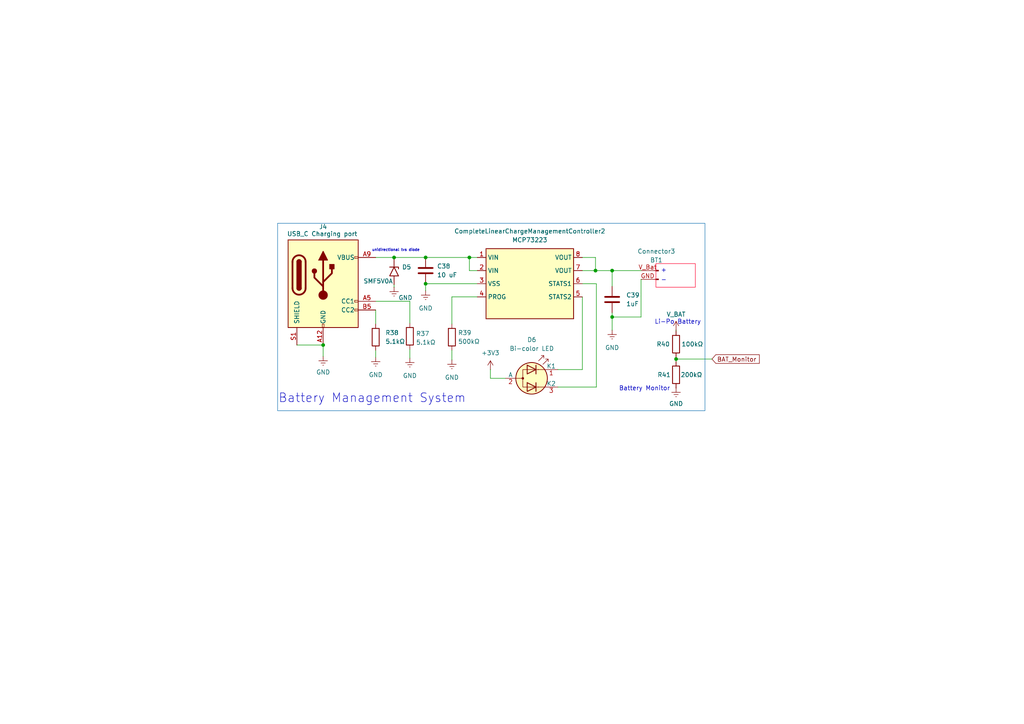
<source format=kicad_sch>
(kicad_sch (version 20250114) (generator "eeschema") (generator_version "9.0")
  (paper "A4")
  (lib_symbols
    (symbol "Battery_Management:LGS5500EP"
      (property "Reference" "CompleteLinearChargeManagementController:" (at 0 14.732 0))
      (property "Value" "MCP73223" (at 0 12.192 0))
      (symbol "LGS5500EP_1_1"
        (rectangle (start -12.7 10.16) (end 12.7 -10.16) (stroke (width 0.254)) (fill (type background)))
        (pin power_in line (at -15.24 7.62 0) (length 2.54) (name "VIN") (number "1"))
        (pin power_in line (at -15.24 3.81 0) (length 2.54) (name "VIN") (number "2"))
        (pin power_in line (at -15.24 0 0) (length 2.54) (name "VSS") (number "3"))
        (pin passive line (at -15.24 -3.81 0) (length 2.54) (name "PROG") (number "4"))
        (pin no_connect line (at -12.7 -2.54 0) (length 2.54) (hide yes) (name "NC") (number "6"))
        (pin power_out line (at 15.24 7.62 180) (length 2.54) (name "VOUT") (number "8"))
        (pin power_out line (at 15.24 3.81 180) (length 2.54) (name "VOUT") (number "7"))
        (pin output line (at 15.24 0 180) (length 2.54) (name "STATS1") (number "6"))
        (pin output line (at 15.24 -3.81 180) (length 2.54) (name "STATS2") (number "5"))
      )
    )
    (symbol "Connector:Conn_01x02_Pin" (pin_names (offset 1.016) (hide yes))
      (property "Reference" "Connector" (at 0.635 5.588 0))
      (property "Value" "BT1" (at 0.635 3.048 0))
      (symbol "Conn_01x02_Pin_1_1"
        (rectangle (start 0.8636 0.127) (end 0 -0.127) (stroke (width 0.1524)) (fill (type outline)))
        (rectangle (start 0.8636 -2.413) (end 0 -2.667) (stroke (width 0.1524)) (fill (type outline)))
        (polyline (pts (xy 1.27 0) (xy 0.8636 0)) (stroke (width 0.1524)))
        (polyline (pts (xy 1.27 -2.54) (xy 0.8636 -2.54)) (stroke (width 0.1524)))
        (pin passive line (at 5.08 0 180) (length 3.81) (name "Pin_1") (number "V_Bat"))
        (pin passive line (at 5.08 -2.54 180) (length 3.81) (name "Pin_2") (number "GND"))
      )
    )
    (symbol "Connector:USB_C_Receptacle_PowerOnly_6P" (pin_names (offset 1.016))
      (property "Reference" "J" (at 0 16.51 0))
      (property "Value" "USB_C_Receptacle_PowerOnly_6P" (at 0 13.97 0))
      (symbol "USB_C_Receptacle_PowerOnly_6P_0_0"
        (rectangle (start -0.254 -12.7) (end 0.254 -11.684))
        (rectangle (start 10.16 7.874) (end 9.144 7.366))
        (rectangle (start 10.16 -4.826) (end 9.144 -5.334))
        (rectangle (start 10.16 -7.366) (end 9.144 -7.874))
      )
      (symbol "USB_C_Receptacle_PowerOnly_6P_0_1"
        (rectangle (start -10.16 12.7) (end 10.16 -12.7) (stroke (width 0.254)) (fill (type background)))
        (polyline (pts (xy -8.89 -1.27) (xy -8.89 6.35)) (stroke (width 0.508)))
        (rectangle (start -7.62 -1.27) (end -6.35 6.35) (stroke (width 0.254)) (fill (type outline)))
        (arc (start -7.62 6.35) (mid -6.985 6.9823) (end -6.35 6.35) (stroke (width 0.254)))
        (arc (start -7.62 6.35) (mid -6.985 6.9823) (end -6.35 6.35) (stroke (width 0.254)) (fill (type outline)))
        (arc (start -8.89 6.35) (mid -6.985 8.2467) (end -5.08 6.35) (stroke (width 0.508)))
        (arc (start -5.08 -1.27) (mid -6.985 -3.1667) (end -8.89 -1.27) (stroke (width 0.508)))
        (arc (start -6.35 -1.27) (mid -6.985 -1.9023) (end -7.62 -1.27) (stroke (width 0.254)))
        (arc (start -6.35 -1.27) (mid -6.985 -1.9023) (end -7.62 -1.27) (stroke (width 0.254)) (fill (type outline)))
        (polyline (pts (xy -5.08 6.35) (xy -5.08 -1.27)) (stroke (width 0.508)))
        (circle (center -2.54 3.683) (radius 0.635) (stroke (width 0.254)) (fill (type outline)))
        (polyline (pts (xy -1.27 6.858) (xy 0 9.398) (xy 1.27 6.858) (xy -1.27 6.858)) (stroke (width 0.254)) (fill (type outline)))
        (polyline (pts (xy 0 0.508) (xy 2.54 3.048) (xy 2.54 4.318)) (stroke (width 0.508)))
        (polyline (pts (xy 0 -0.762) (xy -2.54 1.778) (xy -2.54 3.048)) (stroke (width 0.508)))
        (polyline (pts (xy 0 -3.302) (xy 0 6.858)) (stroke (width 0.508)))
        (circle (center 0 -3.302) (radius 1.27) (fill (type outline)))
        (rectangle (start 1.905 4.318) (end 3.175 5.588) (stroke (width 0.254)) (fill (type outline)))
      )
      (symbol "USB_C_Receptacle_PowerOnly_6P_1_1"
        (pin passive line (at -7.62 -17.78 90) (length 5.08) (name "SHIELD") (number "S1"))
        (pin passive line (at 0 -17.78 90) (length 5.08) (name "GND") (number "A12"))
        (pin passive line (at 0 -17.78 90) (length 5.08) (hide yes) (name "GND") (number "B12"))
        (pin passive line (at 15.24 7.62 180) (length 5.08) (name "VBUS") (number "A9"))
        (pin passive line (at 15.24 7.62 180) (length 5.08) (hide yes) (name "VBUS") (number "B9"))
        (pin bidirectional line (at 15.24 -5.08 180) (length 5.08) (name "CC1") (number "A5"))
        (pin bidirectional line (at 15.24 -7.62 180) (length 5.08) (name "CC2") (number "B5"))
      )
    )
    (symbol "Device:C" (pin_numbers (hide yes)) (pin_names (offset 0.254))
      (property "Reference" "C" (at 0.635 2.54 0))
      (property "Value" "C" (at 0.635 -2.54 0))
      (symbol "C_0_1"
        (polyline (pts (xy -2.032 0.762) (xy 2.032 0.762)) (stroke (width 0.508)))
        (polyline (pts (xy -2.032 -0.762) (xy 2.032 -0.762)) (stroke (width 0.508)))
      )
      (symbol "C_1_1"
        (pin passive line (at 0 3.81 270) (length 2.794) (name "~") (number "1"))
        (pin passive line (at 0 -3.81 90) (length 2.794) (name "~") (number "2"))
      )
    )
    (symbol "Device:LED_Dual_KAK" (pin_names (offset 0))
      (property "Reference" "D" (at 0 5.715 0))
      (property "Value" "LED_Dual_KAK" (at 0 -6.35 0))
      (symbol "LED_Dual_KAK_0_1"
        (polyline (pts (xy -4.572 0) (xy -2.54 0)))
        (circle (center -2.54 0) (radius 0.2794) (fill (type outline)))
        (polyline (pts (xy -1.27 3.81) (xy -1.27 1.27) (xy 1.27 2.54) (xy -1.27 3.81)) (stroke (width 0.254)))
        (polyline (pts (xy -1.27 -1.27) (xy -1.27 -3.81) (xy 1.27 -2.54) (xy -1.27 -1.27)) (stroke (width 0.254)))
        (circle (center 0 0) (radius 4.572) (stroke (width 0.254)) (fill (type background)))
        (polyline (pts (xy 1.27 3.81) (xy 1.27 1.27)) (stroke (width 0.254)))
        (polyline (pts (xy 1.27 -1.27) (xy 1.27 -3.81)) (stroke (width 0.254)))
        (polyline (pts (xy 2.032 5.08) (xy 3.556 6.604) (xy 2.794 6.604) (xy 3.556 6.604) (xy 3.556 5.842)))
        (polyline (pts (xy 2.032 2.54) (xy -2.54 2.54) (xy -2.54 -2.54) (xy 2.032 -2.54)))
        (polyline (pts (xy 3.302 4.064) (xy 4.826 5.588) (xy 4.064 5.588) (xy 4.826 5.588) (xy 4.826 4.826)))
        (polyline (pts (xy 3.81 2.54) (xy 1.905 2.54)))
        (polyline (pts (xy 3.81 -2.54) (xy 1.905 -2.54)))
      )
      (symbol "LED_Dual_KAK_1_1"
        (pin input line (at -7.62 0 0) (length 3.048) (name "A") (number "2"))
        (pin input line (at 7.62 2.54 180) (length 3.81) (name "K1") (number "1"))
        (pin input line (at 7.62 -2.54 180) (length 3.81) (name "K2") (number "3"))
      )
    )
    (symbol "Device:R" (pin_numbers (hide yes)) (pin_names (offset 0))
      (property "Reference" "R" (at 2.032 0 90))
      (property "Value" "R" (at 0 0 90))
      (symbol "R_0_1"
        (rectangle (start -1.016 -2.54) (end 1.016 2.54) (stroke (width 0.254)))
      )
      (symbol "R_1_1"
        (pin passive line (at 0 3.81 270) (length 1.27) (name "~") (number "1"))
        (pin passive line (at 0 -3.81 90) (length 1.27) (name "~") (number "2"))
      )
    )
    (symbol "Diode:SMF5V0A" (pin_numbers (hide yes)) (pin_names (offset 1.016) (hide yes))
      (property "Reference" "D" (at 0 2.54 0))
      (property "Value" "SMF5V0A" (at 0 -2.54 0))
      (symbol "SMF5V0A_0_1"
        (polyline (pts (xy -0.762 1.27) (xy -1.27 1.27) (xy -1.27 -1.27)) (stroke (width 0.254)))
        (polyline (pts (xy 1.27 1.27) (xy 1.27 -1.27) (xy -1.27 0) (xy 1.27 1.27)) (stroke (width 0.254)))
      )
      (symbol "SMF5V0A_1_1"
        (pin passive line (at -3.81 0 0) (length 2.54) (name "A1") (number "1"))
        (pin passive line (at 3.81 0 180) (length 2.54) (name "A2") (number "2"))
      )
    )
    (symbol "power:GNDREF" (power) (pin_numbers (hide yes)) (pin_names (offset 0) (hide yes))
      (property "Value" "GNDREF" (at 0 -3.81 0))
      (symbol "GNDREF_0_1"
        (polyline (pts (xy -0.635 -1.905) (xy 0.635 -1.905)))
        (polyline (pts (xy -0.127 -2.54) (xy 0.127 -2.54)))
        (polyline (pts (xy 0 -1.27) (xy 0 0)))
        (polyline (pts (xy 1.27 -1.27) (xy -1.27 -1.27)))
      )
      (symbol "GNDREF_1_1"
        (pin power_in line (at 0 0 270) (length 0) (name "~") (number "1"))
      )
    )
    (symbol "power:VCC" (power) (pin_numbers (hide yes)) (pin_names (offset 0) (hide yes))
      (property "Value" "VCC" (at 0 3.556 0))
      (symbol "VCC_0_1"
        (polyline (pts (xy -0.762 1.27) (xy 0 2.54)))
        (polyline (pts (xy 0 2.54) (xy 0.762 1.27)))
        (polyline (pts (xy 0 0) (xy 0 2.54)))
      )
      (symbol "VCC_1_1"
        (pin power_in line (at 0 0 90) (length 0) (name "~") (number "1"))
      )
    )
  )
  (rectangle (start 80.518 64.77) (end 204.47 119.126) (stroke (width 0) (color 33 122 182 1)))
  (text "+" (at 192.532 78.486 0) (effects (font (size 1.27 1.27))))
  (text "Battery Management System" (at 107.95 115.57 0) (effects (font (size 2.54 2.54))))
  (text "-" (at 192.532 81.28 0) (effects (font (size 1.27 1.27))))
  (text "unidirectional tvs diode" (at 114.808 72.644 0) (effects (font (size 0.762 0.762))))
  (text "Battery Monitor" (at 186.944 112.776 0) (effects (font (size 1.27 1.27))))
  (text "Li-Po Battery\n" (at 196.596 93.472 0) (effects (font (size 1.27 1.27))))
  (text_box "" (at 190.246 76.454 0) (size 11.43 6.858) (margins 0.9525 0.9525 0.9525 0.9525) (stroke (width 0) (color 255 18 58 1)) (effects (font (size 1.27 1.27)) (justify left top)))
  (junction (at 123.444 82.296))
  (junction (at 114.3 74.676))
  (junction (at 93.726 100.076))
  (junction (at 136.144 74.676))
  (junction (at 177.546 78.486))
  (junction (at 177.546 91.948))
  (junction (at 123.444 74.676))
  (junction (at 172.72 78.486))
  (junction (at 196.088 104.14))
  (wire (pts (xy 185.928 81.026) (xy 185.928 91.948)))
  (wire (pts (xy 168.91 74.676) (xy 172.72 74.676)))
  (wire (pts (xy 123.444 82.296) (xy 138.43 82.296)))
  (wire (pts (xy 196.088 103.632) (xy 196.088 104.14)))
  (wire (pts (xy 168.91 78.486) (xy 172.72 78.486)))
  (wire (pts (xy 118.872 87.376) (xy 118.872 93.726)))
  (wire (pts (xy 177.546 90.678) (xy 177.546 91.948)))
  (wire (pts (xy 185.928 91.948) (xy 177.546 91.948)))
  (wire (pts (xy 114.3 74.676) (xy 114.3 74.93)))
  (wire (pts (xy 172.974 82.296) (xy 172.974 112.268)))
  (wire (pts (xy 177.546 78.486) (xy 185.928 78.486)))
  (wire (pts (xy 108.966 74.676) (xy 114.3 74.676)))
  (wire (pts (xy 142.24 107.188) (xy 142.24 109.728)))
  (wire (pts (xy 168.91 82.296) (xy 172.974 82.296)))
  (wire (pts (xy 114.3 83.312) (xy 114.3 82.55)))
  (wire (pts (xy 161.798 112.268) (xy 172.974 112.268)))
  (wire (pts (xy 136.144 78.486) (xy 136.144 74.676)))
  (wire (pts (xy 196.088 104.14) (xy 196.088 104.902)))
  (wire (pts (xy 136.144 78.486) (xy 138.43 78.486)))
  (wire (pts (xy 93.726 100.076) (xy 93.726 103.378)))
  (wire (pts (xy 177.546 78.486) (xy 177.546 83.058)))
  (wire (pts (xy 177.546 91.948) (xy 177.546 95.758)))
  (wire (pts (xy 172.72 78.486) (xy 177.546 78.486)))
  (wire (pts (xy 206.502 104.14) (xy 196.088 104.14)))
  (wire (pts (xy 131.064 101.6) (xy 131.064 104.394)))
  (wire (pts (xy 108.966 87.376) (xy 118.872 87.376)))
  (wire (pts (xy 108.966 89.916) (xy 108.966 93.98)))
  (wire (pts (xy 86.106 100.076) (xy 93.726 100.076)))
  (wire (pts (xy 123.444 82.296) (xy 123.444 84.328)))
  (wire (pts (xy 114.3 74.676) (xy 123.444 74.676)))
  (wire (pts (xy 138.43 86.106) (xy 131.064 86.106)))
  (wire (pts (xy 142.24 109.728) (xy 146.558 109.728)))
  (wire (pts (xy 168.91 86.106) (xy 168.91 107.188)))
  (wire (pts (xy 161.798 107.188) (xy 168.91 107.188)))
  (wire (pts (xy 196.088 95.758) (xy 196.088 96.012)))
  (wire (pts (xy 136.144 74.676) (xy 138.43 74.676)))
  (wire (pts (xy 131.064 86.106) (xy 131.064 93.98)))
  (wire (pts (xy 123.444 74.676) (xy 136.144 74.676)))
  (wire (pts (xy 172.72 74.676) (xy 172.72 78.486)))
  (wire (pts (xy 118.872 101.346) (xy 118.872 103.886)))
  (wire (pts (xy 108.966 101.6) (xy 108.966 103.632)))
  (global_label "BAT_Monitor" (shape input) (at 206.502 104.14 0) (property "Intersheetrefs" "${INTERSHEET_REFS}" (effects (hide yes))))
  (symbol (lib_id "power:GNDREF") (at 118.872 103.886 0) (unit 1)
    (property "Reference" "#PWR098" (effects (hide yes)))
    (property "Value" "GND" (at 118.872 108.966 0))
    (property "Description" "Power symbol creates a global label with name \"GNDREF\" , reference supply ground" (effects (hide yes)))
  )
  (symbol (lib_id "Device:R") (at 118.872 97.536 0) (unit 1)
    (property "Reference" "R37" (at 120.65 96.774 0) (effects (justify left)))
    (property "Value" "5.1kΩ" (at 120.65 99.314 0) (effects (justify left)))
    (property "Description" "Resistor" (effects (hide yes)))
  )
  (symbol (lib_id "Device:R") (at 196.088 108.712 0) (mirror y) (unit 1)
    (property "Reference" "R41" (at 194.564 108.712 0) (effects (justify left)))
    (property "Value" "200kΩ" (at 203.708 108.712 0) (effects (justify left)))
    (property "Description" "Resistor" (effects (hide yes)))
  )
  (symbol (lib_id "power:GNDREF") (at 131.064 104.394 0) (unit 1)
    (property "Reference" "#PWR099" (effects (hide yes)))
    (property "Value" "GND" (at 131.064 109.474 0))
    (property "Description" "Power symbol creates a global label with name \"GNDREF\" , reference supply ground" (effects (hide yes)))
  )
  (symbol (lib_id "power:GNDREF") (at 177.546 95.758 0) (unit 1)
    (property "Reference" "#PWR094" (effects (hide yes)))
    (property "Value" "GND" (at 177.546 100.838 0))
    (property "Description" "Power symbol creates a global label with name \"GNDREF\" , reference supply ground" (effects (hide yes)))
  )
  (symbol (lib_id "Device:C") (at 177.546 86.868 0) (unit 1)
    (property "Reference" "C39" (at 181.61 85.5979 0) (effects (justify left)))
    (property "Value" "1uF" (at 181.61 88.1379 0) (effects (justify left)))
    (property "Description" "Unpolarized capacitor" (effects (hide yes)))
  )
  (symbol (lib_id "Battery_Management:LGS5500EP") (at 153.67 82.296 0) (unit 1)
    (property "Reference" "CompleteLinearChargeManagementController2" (at 153.67 67.056 0))
    (property "Value" "MCP73223" (at 153.67 69.596 0))
    (property "Footprint" "Package_SO:SOIC-8-1EP_3.9x4.9mm_P1.27mm_EP2.41x3.3mm" (effects (hide yes)))
    (property "Datasheet" "https://www.lcsc.com/datasheet/lcsc_datasheet_2304071430_Legend-Si-LGS5500EP_C5280699.pdf" (effects (hide yes)))
    (property "Description" "LiPo charger and 5V boost converter, 4.5-5.5V input, 4.2-4.4V battery, 400-1000mA charge current, 800mA boost output, SOIC-8-1EP" (effects (hide yes)))
  )
  (symbol (lib_id "power:GNDREF") (at 108.966 103.632 0) (unit 1)
    (property "Reference" "#PWR097" (effects (hide yes)))
    (property "Value" "GND" (at 108.966 108.712 0))
    (property "Description" "Power symbol creates a global label with name \"GNDREF\" , reference supply ground" (effects (hide yes)))
  )
  (symbol (lib_id "power:VCC") (at 196.088 95.758 0) (mirror y) (unit 1)
    (property "Reference" "#PWR095" (effects (hide yes)))
    (property "Value" "V_BAT" (at 196.088 91.186 0))
    (property "Description" "Power symbol creates a global label with name \"VCC\"" (effects (hide yes)))
  )
  (symbol (lib_id "Diode:SMF5V0A") (at 114.3 78.74 270) (unit 1)
    (property "Reference" "D5" (at 116.586 77.4699 90) (effects (justify left)))
    (property "Value" "SMF5V0A" (at 105.41 81.534 90) (effects (justify left)))
    (property "Footprint" "Diode_SMD:D_SMF" (effects (hide yes)))
    (property "Datasheet" "https://www.vishay.com/doc?85881" (effects (hide yes)))
    (property "Description" "200W unidirectional Transil Transient Voltage Suppressor, 5Vrwm, SMF" (effects (hide yes)))
  )
  (symbol (lib_id "power:GNDREF") (at 123.444 84.328 0) (unit 1)
    (property "Reference" "#PWR093" (effects (hide yes)))
    (property "Value" "GND" (at 123.444 89.408 0))
    (property "Description" "Power symbol creates a global label with name \"GNDREF\" , reference supply ground" (effects (hide yes)))
  )
  (symbol (lib_id "Device:LED_Dual_KAK") (at 154.178 109.728 0) (unit 1)
    (property "Reference" "D6" (at 154.2415 98.552 0))
    (property "Value" "Bi-color LED" (at 154.2415 101.092 0))
    (property "Description" "Dual LED, common anode on pin 2" (effects (hide yes)))
  )
  (symbol (lib_id "Device:R") (at 196.088 99.822 0) (mirror y) (unit 1)
    (property "Reference" "R40" (at 194.31 99.822 0) (effects (justify left)))
    (property "Value" "100kΩ" (at 203.962 99.822 0) (effects (justify left)))
    (property "Description" "Resistor" (effects (hide yes)))
  )
  (symbol (lib_id "power:GNDREF") (at 93.726 103.378 0) (unit 1)
    (property "Reference" "#PWR096" (effects (hide yes)))
    (property "Value" "GND" (at 93.726 107.95 0))
    (property "Description" "Power symbol creates a global label with name \"GNDREF\" , reference supply ground" (effects (hide yes)))
  )
  (symbol (lib_id "power:GNDREF") (at 196.088 112.522 0) (mirror y) (unit 1)
    (property "Reference" "#PWR0172" (effects (hide yes)))
    (property "Value" "GND" (at 196.088 117.094 0))
    (property "Description" "Power symbol creates a global label with name \"GNDREF\" , reference supply ground" (effects (hide yes)))
  )
  (symbol (lib_id "Connector:USB_C_Receptacle_PowerOnly_6P") (at 93.726 82.296 0) (unit 1)
    (property "Reference" "J4" (at 93.726 65.786 0))
    (property "Value" "USB_C Charging port" (at 93.472 67.818 0))
    (property "Datasheet" "https://www.usb.org/sites/default/files/documents/usb_type-c.zip" (effects (hide yes)))
    (property "Description" "USB Power-Only 6P Type-C Receptacle connector" (effects (hide yes)))
  )
  (symbol (lib_id "Device:R") (at 108.966 97.79 0) (unit 1)
    (property "Reference" "R38" (at 111.76 96.5199 0) (effects (justify left)))
    (property "Value" "5.1kΩ" (at 111.76 99.0599 0) (effects (justify left)))
    (property "Description" "Resistor" (effects (hide yes)))
  )
  (symbol (lib_id "Device:C") (at 123.444 78.486 0) (unit 1)
    (property "Reference" "C38" (at 126.746 77.2159 0) (effects (justify left)))
    (property "Value" "10 uF" (at 126.746 79.7559 0) (effects (justify left)))
    (property "Description" "Unpolarized capacitor" (effects (hide yes)))
  )
  (symbol (lib_id "power:VCC") (at 142.24 107.188 0) (unit 1)
    (property "Reference" "#PWR0100" (effects (hide yes)))
    (property "Value" "+3V3" (at 142.24 102.362 0))
    (property "Description" "Power symbol creates a global label with name \"VCC\"" (effects (hide yes)))
  )
  (symbol (lib_id "Device:R") (at 131.064 97.79 0) (unit 1)
    (property "Reference" "R39" (at 132.842 96.5199 0) (effects (justify left)))
    (property "Value" "500kΩ" (at 132.842 99.0599 0) (effects (justify left)))
    (property "Description" "Resistor" (effects (hide yes)))
  )
  (symbol (lib_id "power:GNDREF") (at 114.3 83.312 0) (unit 1)
    (property "Reference" "#PWR092" (effects (hide yes)))
    (property "Value" "GND" (at 117.602 86.36 0))
    (property "Description" "Power symbol creates a global label with name \"GNDREF\" , reference supply ground" (effects (hide yes)))
  )
  (symbol (lib_id "Connector:Conn_01x02_Pin") (at 191.008 78.486 0) (mirror y) (unit 1)
    (property "Reference" "Connector3" (at 190.373 72.898 0))
    (property "Value" "BT1" (at 190.373 75.438 0))
    (property "Description" "Generic connector, single row, 01x02, script generated" (effects (hide yes)))
  )
)
</source>
